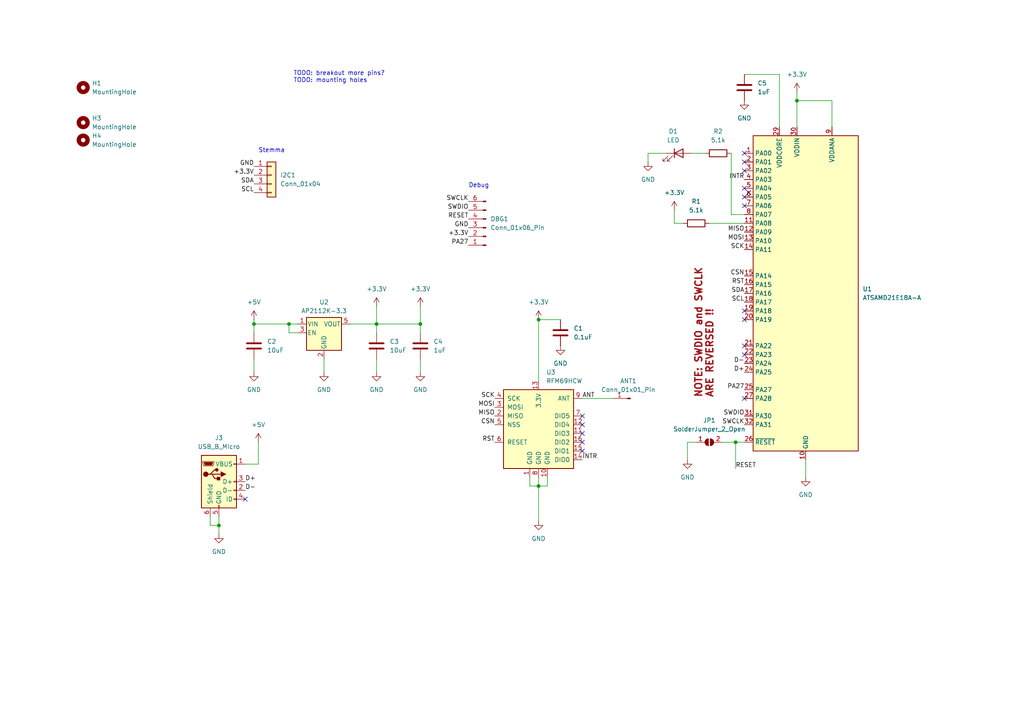
<source format=kicad_sch>
(kicad_sch (version 20230121) (generator eeschema)
  (paper "A4")
  (lib_symbols
    (symbol "Connector:Conn_01x01_Pin" (pin_names (offset 1.016) hide)
      (property "Reference" "J" (at 0 2.54 0))
      (property "Value" "Conn_01x01_Pin" (at 0 -2.54 0))
      (symbol "Conn_01x01_Pin_1_1"
        (polyline (pts (xy 1.27 0) (xy 0.8636 0)) (stroke (width 0.1524)))
        (rectangle (start 0.8636 0.127) (end 0 -0.127) (stroke (width 0.1524)) (fill (type outline)))
        (pin passive line (at 5.08 0 180) (length 3.81) (name "Pin_1") (number "1"))
      )
    )
    (symbol "Connector:Conn_01x06_Pin" (pin_names (offset 1.016) hide)
      (property "Reference" "J" (at 0 7.62 0))
      (property "Value" "Conn_01x06_Pin" (at 0 -10.16 0))
      (symbol "Conn_01x06_Pin_1_1"
        (polyline (pts (xy 1.27 -7.62) (xy 0.8636 -7.62)) (stroke (width 0.1524)))
        (polyline (pts (xy 1.27 -5.08) (xy 0.8636 -5.08)) (stroke (width 0.1524)))
        (polyline (pts (xy 1.27 -2.54) (xy 0.8636 -2.54)) (stroke (width 0.1524)))
        (polyline (pts (xy 1.27 0) (xy 0.8636 0)) (stroke (width 0.1524)))
        (polyline (pts (xy 1.27 2.54) (xy 0.8636 2.54)) (stroke (width 0.1524)))
        (polyline (pts (xy 1.27 5.08) (xy 0.8636 5.08)) (stroke (width 0.1524)))
        (rectangle (start 0.8636 -7.493) (end 0 -7.747) (stroke (width 0.1524)) (fill (type outline)))
        (rectangle (start 0.8636 -4.953) (end 0 -5.207) (stroke (width 0.1524)) (fill (type outline)))
        (rectangle (start 0.8636 -2.413) (end 0 -2.667) (stroke (width 0.1524)) (fill (type outline)))
        (rectangle (start 0.8636 0.127) (end 0 -0.127) (stroke (width 0.1524)) (fill (type outline)))
        (rectangle (start 0.8636 2.667) (end 0 2.413) (stroke (width 0.1524)) (fill (type outline)))
        (rectangle (start 0.8636 5.207) (end 0 4.953) (stroke (width 0.1524)) (fill (type outline)))
        (pin passive line (at 5.08 5.08 180) (length 3.81) (name "Pin_1") (number "1"))
        (pin passive line (at 5.08 2.54 180) (length 3.81) (name "Pin_2") (number "2"))
        (pin passive line (at 5.08 0 180) (length 3.81) (name "Pin_3") (number "3"))
        (pin passive line (at 5.08 -2.54 180) (length 3.81) (name "Pin_4") (number "4"))
        (pin passive line (at 5.08 -5.08 180) (length 3.81) (name "Pin_5") (number "5"))
        (pin passive line (at 5.08 -7.62 180) (length 3.81) (name "Pin_6") (number "6"))
      )
    )
    (symbol "Connector:USB_B_Micro" (pin_names (offset 1.016))
      (property "Reference" "J" (at -5.08 11.43 0))
      (property "Value" "USB_B_Micro" (at -5.08 8.89 0))
      (symbol "USB_B_Micro_0_1"
        (rectangle (start -5.08 -7.62) (end 5.08 7.62) (stroke (width 0.254)) (fill (type background)))
        (circle (center -3.81 2.159) (radius 0.635) (stroke (width 0.254)) (fill (type outline)))
        (circle (center -0.635 3.429) (radius 0.381) (stroke (width 0.254)) (fill (type outline)))
        (rectangle (start -0.127 -7.62) (end 0.127 -6.858))
        (polyline (pts (xy -1.905 2.159) (xy 0.635 2.159)) (stroke (width 0.254)))
        (polyline (pts (xy -3.175 2.159) (xy -2.54 2.159) (xy -1.27 3.429) (xy -0.635 3.429)) (stroke (width 0.254)))
        (polyline (pts (xy -2.54 2.159) (xy -1.905 2.159) (xy -1.27 0.889) (xy 0 0.889)) (stroke (width 0.254)))
        (polyline (pts (xy 0.635 2.794) (xy 0.635 1.524) (xy 1.905 2.159) (xy 0.635 2.794)) (stroke (width 0.254)) (fill (type outline)))
        (polyline (pts (xy -4.318 5.588) (xy -1.778 5.588) (xy -2.032 4.826) (xy -4.064 4.826) (xy -4.318 5.588)) (fill (type outline)))
        (polyline (pts (xy -4.699 5.842) (xy -4.699 5.588) (xy -4.445 4.826) (xy -4.445 4.572) (xy -1.651 4.572) (xy -1.651 4.826) (xy -1.397 5.588) (xy -1.397 5.842) (xy -4.699 5.842)))
        (rectangle (start 0.254 1.27) (end -0.508 0.508) (stroke (width 0.254)) (fill (type outline)))
        (rectangle (start 5.08 -5.207) (end 4.318 -4.953))
        (rectangle (start 5.08 -2.667) (end 4.318 -2.413))
        (rectangle (start 5.08 -0.127) (end 4.318 0.127))
        (rectangle (start 5.08 4.953) (end 4.318 5.207))
      )
      (symbol "USB_B_Micro_1_1"
        (pin power_out line (at 7.62 5.08 180) (length 2.54) (name "VBUS") (number "1"))
        (pin bidirectional line (at 7.62 -2.54 180) (length 2.54) (name "D-") (number "2"))
        (pin bidirectional line (at 7.62 0 180) (length 2.54) (name "D+") (number "3"))
        (pin passive line (at 7.62 -5.08 180) (length 2.54) (name "ID") (number "4"))
        (pin power_out line (at 0 -10.16 90) (length 2.54) (name "GND") (number "5"))
        (pin passive line (at -2.54 -10.16 90) (length 2.54) (name "Shield") (number "6"))
      )
    )
    (symbol "Connector_Generic:Conn_01x04" (pin_names (offset 1.016) hide)
      (property "Reference" "J" (at 0 5.08 0))
      (property "Value" "Conn_01x04" (at 0 -7.62 0))
      (symbol "Conn_01x04_1_1"
        (rectangle (start -1.27 -4.953) (end 0 -5.207) (stroke (width 0.1524)))
        (rectangle (start -1.27 -2.413) (end 0 -2.667) (stroke (width 0.1524)))
        (rectangle (start -1.27 0.127) (end 0 -0.127) (stroke (width 0.1524)))
        (rectangle (start -1.27 2.667) (end 0 2.413) (stroke (width 0.1524)))
        (rectangle (start -1.27 3.81) (end 1.27 -6.35) (stroke (width 0.254)) (fill (type background)))
        (pin passive line (at -5.08 2.54 0) (length 3.81) (name "Pin_1") (number "1"))
        (pin passive line (at -5.08 0 0) (length 3.81) (name "Pin_2") (number "2"))
        (pin passive line (at -5.08 -2.54 0) (length 3.81) (name "Pin_3") (number "3"))
        (pin passive line (at -5.08 -5.08 0) (length 3.81) (name "Pin_4") (number "4"))
      )
    )
    (symbol "Device:C" (pin_numbers hide) (pin_names (offset 0.254))
      (property "Reference" "C" (at 0.635 2.54 0))
      (property "Value" "C" (at 0.635 -2.54 0))
      (symbol "C_0_1"
        (polyline (pts (xy -2.032 -0.762) (xy 2.032 -0.762)) (stroke (width 0.508)))
        (polyline (pts (xy -2.032 0.762) (xy 2.032 0.762)) (stroke (width 0.508)))
      )
      (symbol "C_1_1"
        (pin passive line (at 0 3.81 270) (length 2.794) (name "~") (number "1"))
        (pin passive line (at 0 -3.81 90) (length 2.794) (name "~") (number "2"))
      )
    )
    (symbol "Device:LED" (pin_numbers hide) (pin_names (offset 1.016) hide)
      (property "Reference" "D" (at 0 2.54 0))
      (property "Value" "LED" (at 0 -2.54 0))
      (symbol "LED_0_1"
        (polyline (pts (xy -1.27 -1.27) (xy -1.27 1.27)) (stroke (width 0.254)))
        (polyline (pts (xy -1.27 0) (xy 1.27 0)))
        (polyline (pts (xy 1.27 -1.27) (xy 1.27 1.27) (xy -1.27 0) (xy 1.27 -1.27)) (stroke (width 0.254)))
        (polyline (pts (xy -3.048 -0.762) (xy -4.572 -2.286) (xy -3.81 -2.286) (xy -4.572 -2.286) (xy -4.572 -1.524)))
        (polyline (pts (xy -1.778 -0.762) (xy -3.302 -2.286) (xy -2.54 -2.286) (xy -3.302 -2.286) (xy -3.302 -1.524)))
      )
      (symbol "LED_1_1"
        (pin passive line (at -3.81 0 0) (length 2.54) (name "K") (number "1"))
        (pin passive line (at 3.81 0 180) (length 2.54) (name "A") (number "2"))
      )
    )
    (symbol "Device:R" (pin_numbers hide) (pin_names (offset 0))
      (property "Reference" "R" (at 2.032 0 90))
      (property "Value" "R" (at 0 0 90))
      (symbol "R_0_1"
        (rectangle (start -1.016 -2.54) (end 1.016 2.54) (stroke (width 0.254)))
      )
      (symbol "R_1_1"
        (pin passive line (at 0 3.81 270) (length 1.27) (name "~") (number "1"))
        (pin passive line (at 0 -3.81 90) (length 1.27) (name "~") (number "2"))
      )
    )
    (symbol "Jumper:SolderJumper_2_Open" (pin_names (offset 0) hide)
      (property "Reference" "JP" (at 0 2.032 0))
      (property "Value" "SolderJumper_2_Open" (at 0 -2.54 0))
      (symbol "SolderJumper_2_Open_0_1"
        (arc (start -0.254 1.016) (mid -1.2656 0) (end -0.254 -1.016))
        (arc (start -0.254 1.016) (mid -1.2656 0) (end -0.254 -1.016) (fill (type outline)))
        (polyline (pts (xy -0.254 1.016) (xy -0.254 -1.016)))
        (polyline (pts (xy 0.254 1.016) (xy 0.254 -1.016)))
        (arc (start 0.254 -1.016) (mid 1.2656 0) (end 0.254 1.016))
        (arc (start 0.254 -1.016) (mid 1.2656 0) (end 0.254 1.016) (fill (type outline)))
      )
      (symbol "SolderJumper_2_Open_1_1"
        (pin passive line (at -3.81 0 0) (length 2.54) (name "A") (number "1"))
        (pin passive line (at 3.81 0 180) (length 2.54) (name "B") (number "2"))
      )
    )
    (symbol "MCU_Microchip_SAMD:ATSAMD21E18A-A"
      (property "Reference" "U" (at -13.97 46.99 0))
      (property "Value" "ATSAMD21E18A-A" (at 16.51 46.99 0))
      (symbol "ATSAMD21E18A-A_1_1"
        (rectangle (start -15.24 45.72) (end 15.24 -45.72) (stroke (width 0.254)) (fill (type background)))
        (pin bidirectional line (at -17.78 40.64 0) (length 2.54) (name "PA00") (number "1"))
        (pin power_in line (at 0 -48.26 90) (length 2.54) (name "GND") (number "10"))
        (pin bidirectional line (at -17.78 20.32 0) (length 2.54) (name "PA08") (number "11"))
        (pin bidirectional line (at -17.78 17.78 0) (length 2.54) (name "PA09") (number "12"))
        (pin bidirectional line (at -17.78 15.24 0) (length 2.54) (name "PA10") (number "13"))
        (pin bidirectional line (at -17.78 12.7 0) (length 2.54) (name "PA11") (number "14"))
        (pin bidirectional line (at -17.78 5.08 0) (length 2.54) (name "PA14") (number "15"))
        (pin bidirectional line (at -17.78 2.54 0) (length 2.54) (name "PA15") (number "16"))
        (pin bidirectional line (at -17.78 0 0) (length 2.54) (name "PA16") (number "17"))
        (pin bidirectional line (at -17.78 -2.54 0) (length 2.54) (name "PA17") (number "18"))
        (pin bidirectional line (at -17.78 -5.08 0) (length 2.54) (name "PA18") (number "19"))
        (pin bidirectional line (at -17.78 38.1 0) (length 2.54) (name "PA01") (number "2"))
        (pin bidirectional line (at -17.78 -7.62 0) (length 2.54) (name "PA19") (number "20"))
        (pin bidirectional line (at -17.78 -15.24 0) (length 2.54) (name "PA22") (number "21"))
        (pin bidirectional line (at -17.78 -17.78 0) (length 2.54) (name "PA23") (number "22"))
        (pin bidirectional line (at -17.78 -20.32 0) (length 2.54) (name "PA24") (number "23"))
        (pin bidirectional line (at -17.78 -22.86 0) (length 2.54) (name "PA25") (number "24"))
        (pin bidirectional line (at -17.78 -27.94 0) (length 2.54) (name "PA27") (number "25"))
        (pin input line (at -17.78 -43.18 0) (length 2.54) (name "~{RESET}") (number "26"))
        (pin bidirectional line (at -17.78 -30.48 0) (length 2.54) (name "PA28") (number "27"))
        (pin passive line (at 0 -48.26 90) (length 2.54) hide (name "GND") (number "28"))
        (pin power_out line (at -7.62 48.26 270) (length 2.54) (name "VDDCORE") (number "29"))
        (pin bidirectional line (at -17.78 35.56 0) (length 2.54) (name "PA02") (number "3"))
        (pin power_in line (at -2.54 48.26 270) (length 2.54) (name "VDDIN") (number "30"))
        (pin bidirectional line (at -17.78 -35.56 0) (length 2.54) (name "PA30") (number "31"))
        (pin bidirectional line (at -17.78 -38.1 0) (length 2.54) (name "PA31") (number "32"))
        (pin bidirectional line (at -17.78 33.02 0) (length 2.54) (name "PA03") (number "4"))
        (pin bidirectional line (at -17.78 30.48 0) (length 2.54) (name "PA04") (number "5"))
        (pin bidirectional line (at -17.78 27.94 0) (length 2.54) (name "PA05") (number "6"))
        (pin bidirectional line (at -17.78 25.4 0) (length 2.54) (name "PA06") (number "7"))
        (pin bidirectional line (at -17.78 22.86 0) (length 2.54) (name "PA07") (number "8"))
        (pin power_in line (at 7.62 48.26 270) (length 2.54) (name "VDDANA") (number "9"))
      )
    )
    (symbol "Mechanical:MountingHole" (pin_names (offset 1.016))
      (property "Reference" "H" (at 0 5.08 0))
      (property "Value" "MountingHole" (at 0 3.175 0))
      (symbol "MountingHole_0_1"
        (circle (center 0 0) (radius 1.27) (stroke (width 1.27)))
      )
    )
    (symbol "RF_Module:RFM69HCW" (pin_names (offset 1.016))
      (property "Reference" "U" (at -10.414 11.684 0))
      (property "Value" "RFM69HCW" (at 1.524 11.43 0))
      (symbol "RFM69HCW_0_1"
        (rectangle (start -10.16 10.16) (end 10.16 -12.7) (stroke (width 0.254)) (fill (type background)))
      )
      (symbol "RFM69HCW_1_1"
        (pin power_in line (at -2.54 -15.24 90) (length 2.54) (name "GND") (number "1"))
        (pin power_in line (at 2.54 -15.24 90) (length 2.54) (name "GND") (number "10"))
        (pin bidirectional line (at 12.7 -2.54 180) (length 2.54) (name "DIO3") (number "11"))
        (pin bidirectional line (at 12.7 0 180) (length 2.54) (name "DIO4") (number "12"))
        (pin power_in line (at 0 12.7 270) (length 2.54) (name "3.3V") (number "13"))
        (pin bidirectional line (at 12.7 -10.16 180) (length 2.54) (name "DIO0") (number "14"))
        (pin bidirectional line (at 12.7 -7.62 180) (length 2.54) (name "DIO1") (number "15"))
        (pin bidirectional line (at 12.7 -5.08 180) (length 2.54) (name "DIO2") (number "16"))
        (pin output line (at -12.7 2.54 0) (length 2.54) (name "MISO") (number "2"))
        (pin input line (at -12.7 5.08 0) (length 2.54) (name "MOSI") (number "3"))
        (pin input line (at -12.7 7.62 0) (length 2.54) (name "SCK") (number "4"))
        (pin input line (at -12.7 0 0) (length 2.54) (name "NSS") (number "5"))
        (pin bidirectional line (at -12.7 -5.08 0) (length 2.54) (name "RESET") (number "6"))
        (pin bidirectional line (at 12.7 2.54 180) (length 2.54) (name "DIO5") (number "7"))
        (pin power_in line (at 0 -15.24 90) (length 2.54) (name "GND") (number "8"))
        (pin bidirectional line (at 12.7 7.62 180) (length 2.54) (name "ANT") (number "9"))
      )
    )
    (symbol "Regulator_Linear:AP2112K-3.3" (pin_names (offset 0.254))
      (property "Reference" "U" (at -5.08 5.715 0))
      (property "Value" "AP2112K-3.3" (at 0 5.715 0))
      (symbol "AP2112K-3.3_0_1"
        (rectangle (start -5.08 4.445) (end 5.08 -5.08) (stroke (width 0.254)) (fill (type background)))
      )
      (symbol "AP2112K-3.3_1_1"
        (pin power_in line (at -7.62 2.54 0) (length 2.54) (name "VIN") (number "1"))
        (pin power_in line (at 0 -7.62 90) (length 2.54) (name "GND") (number "2"))
        (pin input line (at -7.62 0 0) (length 2.54) (name "EN") (number "3"))
        (pin no_connect line (at 5.08 0 180) (length 2.54) hide (name "NC") (number "4"))
        (pin power_out line (at 7.62 2.54 180) (length 2.54) (name "VOUT") (number "5"))
      )
    )
    (symbol "power:+3.3V" (power) (pin_names (offset 0))
      (property "Value" "+3.3V" (at 0 3.556 0))
      (symbol "+3.3V_0_1"
        (polyline (pts (xy -0.762 1.27) (xy 0 2.54)))
        (polyline (pts (xy 0 0) (xy 0 2.54)))
        (polyline (pts (xy 0 2.54) (xy 0.762 1.27)))
      )
      (symbol "+3.3V_1_1"
        (pin power_in line (at 0 0 90) (length 0) hide (name "+3.3V") (number "1"))
      )
    )
    (symbol "power:+5V" (power) (pin_names (offset 0))
      (property "Value" "+5V" (at 0 3.556 0))
      (symbol "+5V_0_1"
        (polyline (pts (xy -0.762 1.27) (xy 0 2.54)))
        (polyline (pts (xy 0 0) (xy 0 2.54)))
        (polyline (pts (xy 0 2.54) (xy 0.762 1.27)))
      )
      (symbol "+5V_1_1"
        (pin power_in line (at 0 0 90) (length 0) hide (name "+5V") (number "1"))
      )
    )
    (symbol "power:GND" (power) (pin_names (offset 0))
      (property "Value" "GND" (at 0 -3.81 0))
      (symbol "GND_0_1"
        (polyline (pts (xy 0 0) (xy 0 -1.27) (xy 1.27 -1.27) (xy 0 -2.54) (xy -1.27 -1.27) (xy 0 -1.27)))
      )
      (symbol "GND_1_1"
        (pin power_in line (at 0 0 270) (length 0) hide (name "GND") (number "1"))
      )
    )
  )
  (junction (at 121.92 93.98))
  (junction (at 73.66 93.98))
  (junction (at 109.22 93.98))
  (junction (at 63.5 152.4))
  (junction (at 156.21 140.97))
  (junction (at 213.36 128.27))
  (junction (at 156.21 92.71))
  (junction (at 231.14 29.21))
  (junction (at 83.82 93.98))
  (no_connect (at 168.91 123.19))
  (no_connect (at 215.9 100.33))
  (no_connect (at 168.91 125.73))
  (no_connect (at 215.9 46.99))
  (no_connect (at 168.91 120.65))
  (no_connect (at 215.9 90.17))
  (no_connect (at 215.9 44.45))
  (no_connect (at 215.9 115.57))
  (no_connect (at 71.12 144.78))
  (no_connect (at 215.9 92.71))
  (no_connect (at 215.9 57.15))
  (no_connect (at 168.91 128.27))
  (no_connect (at 168.91 130.81))
  (no_connect (at 217.17 55.88))
  (no_connect (at 215.9 49.53))
  (no_connect (at 215.9 59.69))
  (no_connect (at 215.9 102.87))
  (no_connect (at 215.9 54.61))
  (wire (pts (xy 60.96 152.4) (xy 63.5 152.4)))
  (wire (pts (xy 153.67 138.43) (xy 153.67 140.97)))
  (wire (pts (xy 209.55 128.27) (xy 213.36 128.27)))
  (wire (pts (xy 109.22 104.14) (xy 109.22 107.95)))
  (wire (pts (xy 231.14 26.67) (xy 231.14 29.21)))
  (wire (pts (xy 241.3 36.83) (xy 241.3 29.21)))
  (wire (pts (xy 83.82 93.98) (xy 83.82 96.52)))
  (wire (pts (xy 156.21 140.97) (xy 156.21 151.13)))
  (wire (pts (xy 187.96 44.45) (xy 187.96 46.99)))
  (wire (pts (xy 212.09 62.23) (xy 212.09 44.45)))
  (wire (pts (xy 63.5 149.86) (xy 63.5 152.4)))
  (wire (pts (xy 195.58 64.77) (xy 198.12 64.77)))
  (wire (pts (xy 233.68 133.35) (xy 233.68 138.43)))
  (wire (pts (xy 121.92 104.14) (xy 121.92 107.95)))
  (wire (pts (xy 73.66 92.71) (xy 73.66 93.98)))
  (wire (pts (xy 215.9 21.59) (xy 226.06 21.59)))
  (wire (pts (xy 83.82 93.98) (xy 86.36 93.98)))
  (wire (pts (xy 93.98 104.14) (xy 93.98 107.95)))
  (wire (pts (xy 156.21 138.43) (xy 156.21 140.97)))
  (wire (pts (xy 213.36 128.27) (xy 213.36 135.89)))
  (wire (pts (xy 195.58 60.96) (xy 195.58 64.77)))
  (wire (pts (xy 201.93 128.27) (xy 199.39 128.27)))
  (wire (pts (xy 86.36 96.52) (xy 83.82 96.52)))
  (wire (pts (xy 215.9 62.23) (xy 212.09 62.23)))
  (wire (pts (xy 71.12 134.62) (xy 74.93 134.62)))
  (wire (pts (xy 121.92 88.9) (xy 121.92 93.98)))
  (wire (pts (xy 199.39 128.27) (xy 199.39 133.35)))
  (wire (pts (xy 168.91 115.57) (xy 177.8 115.57)))
  (wire (pts (xy 73.66 93.98) (xy 73.66 96.52)))
  (wire (pts (xy 200.66 44.45) (xy 204.47 44.45)))
  (wire (pts (xy 213.36 128.27) (xy 215.9 128.27)))
  (wire (pts (xy 156.21 92.71) (xy 162.56 92.71)))
  (wire (pts (xy 241.3 29.21) (xy 231.14 29.21)))
  (wire (pts (xy 63.5 152.4) (xy 63.5 154.94)))
  (wire (pts (xy 158.75 138.43) (xy 158.75 140.97)))
  (wire (pts (xy 153.67 140.97) (xy 156.21 140.97)))
  (wire (pts (xy 109.22 93.98) (xy 121.92 93.98)))
  (wire (pts (xy 193.04 44.45) (xy 187.96 44.45)))
  (wire (pts (xy 101.6 93.98) (xy 109.22 93.98)))
  (wire (pts (xy 158.75 140.97) (xy 156.21 140.97)))
  (wire (pts (xy 231.14 29.21) (xy 231.14 36.83)))
  (wire (pts (xy 73.66 93.98) (xy 83.82 93.98)))
  (wire (pts (xy 109.22 88.9) (xy 109.22 93.98)))
  (wire (pts (xy 109.22 93.98) (xy 109.22 96.52)))
  (wire (pts (xy 205.74 64.77) (xy 215.9 64.77)))
  (wire (pts (xy 226.06 21.59) (xy 226.06 36.83)))
  (wire (pts (xy 73.66 104.14) (xy 73.66 107.95)))
  (wire (pts (xy 156.21 92.71) (xy 156.21 110.49)))
  (wire (pts (xy 74.93 134.62) (xy 74.93 128.27)))
  (wire (pts (xy 121.92 93.98) (xy 121.92 96.52)))
  (wire (pts (xy 60.96 149.86) (xy 60.96 152.4)))
  (text "Debug" (at 135.89 54.61 0) (effects (font (size 1.27 1.27)) (justify left bottom)))
  (text "Stemma" (at 74.93 44.45 0) (effects (font (size 1.27 1.27)) (justify left bottom)))
  (text "NOTE: SWDIO and SWCLK\nARE REVERSED !!" (at 207.01 115.57 90) (effects (font (size 2 2) (thickness 0.4) bold) (justify left bottom)))
  (text "TODO: breakout more pins?\nTODO: mounting holes" (at 85.09 24.13 0) (effects (font (size 1.27 1.27)) (justify left bottom)))
  (label "INTR" (at 215.9 52.07 180))
  (label "GND" (at 135.89 66.04 180))
  (label "SDA" (at 73.66 53.34 180))
  (label "INTR" (at 168.91 133.35 0))
  (label "MOSI" (at 215.9 69.85 180))
  (label "CSN" (at 215.9 80.01 180))
  (label "SWCLK" (at 135.89 58.42 180))
  (label "MISO" (at 215.9 67.31 180))
  (label "MOSI" (at 143.51 118.11 180))
  (label "+3.3V" (at 135.89 68.58 180))
  (label "SCK" (at 215.9 72.39 180))
  (label "RST" (at 143.51 128.27 180))
  (label "MISO" (at 143.51 120.65 180))
  (label "ANT" (at 168.91 115.57 0))
  (label "D+" (at 215.9 107.95 180))
  (label "SCK" (at 143.51 115.57 180))
  (label "RST" (at 215.9 82.55 180))
  (label "D-" (at 71.12 142.24 0))
  (label "SWDIO" (at 215.9 120.65 180))
  (label "GND" (at 73.66 48.26 180))
  (label "D-" (at 215.9 105.41 180))
  (label "RESET" (at 213.36 135.89 0))
  (label "PA27" (at 135.89 71.12 180))
  (label "D+" (at 71.12 139.7 0))
  (label "SCL" (at 73.66 55.88 180))
  (label "SWCLK" (at 215.9 123.19 180))
  (label "PA27" (at 215.9 113.03 180))
  (label "SDA" (at 215.9 85.09 180))
  (label "RESET" (at 135.89 63.5 180))
  (label "CSN" (at 143.51 123.19 180))
  (label "SWDIO" (at 135.89 60.96 180))
  (label "SCL" (at 215.9 87.63 180))
  (label "+3.3V" (at 73.66 50.8 180))
  (symbol (lib_id "power:GND") (at 156.21 151.13 0) (unit 1)
    (property "Reference" "#PWR05" (effects hide))
    (property "Value" "GND" (at 156.21 156.21 0))
  )
  (symbol (lib_id "power:+3.3V") (at 156.21 92.71 0) (unit 1)
    (property "Reference" "#PWR04" (effects hide))
    (property "Value" "+3.3V" (at 156.21 87.63 0))
  )
  (symbol (lib_id "Connector:USB_B_Micro") (at 63.5 139.7 0) (unit 1)
    (property "Reference" "J3" (at 63.5 127 0))
    (property "Value" "USB_B_Micro" (at 63.5 129.54 0))
    (property "Footprint" "Connector_USB:USB_Micro-B_Amphenol_10118193-0001LF_Horizontal" (effects hide))
  )
  (symbol (lib_id "Jumper:SolderJumper_2_Open") (at 205.74 128.27 0) (unit 1)
    (property "Reference" "JP1" (at 205.74 121.92 0))
    (property "Value" "SolderJumper_2_Open" (at 205.74 124.46 0))
    (property "Footprint" "Jumper:SolderJumper-2_P1.3mm_Open_RoundedPad1.0x1.5mm" (effects hide))
  )
  (symbol (lib_id "MCU_Microchip_SAMD:ATSAMD21E18A-A") (at 233.68 85.09 0) (unit 1)
    (property "Reference" "U1" (at 250.19 83.82 0) (effects (justify left)))
    (property "Value" "ATSAMD21E18A-A" (at 250.19 86.36 0) (effects (justify left)))
    (property "Footprint" "Package_QFP:TQFP-32_7x7mm_P0.8mm" (effects hide))
    (property "Datasheet" "http://ww1.microchip.com/downloads/en/DeviceDoc/SAM_D21_DA1_Family_Data%20Sheet_DS40001882E.pdf" (effects hide))
  )
  (symbol (lib_id "Connector:Conn_01x01_Pin") (at 182.88 115.57 0) (mirror y) (unit 1)
    (property "Reference" "ANT1" (at 182.245 110.49 0))
    (property "Value" "Conn_01x01_Pin" (at 182.245 113.03 0))
    (property "Footprint" "Connector_Pin:Pin_D1.0mm_L10.0mm" (effects hide))
  )
  (symbol (lib_id "Device:R") (at 208.28 44.45 90) (unit 1)
    (property "Reference" "R2" (at 208.28 38.1 90))
    (property "Value" "5.1k" (at 208.28 40.64 90))
    (property "Footprint" "Resistor_SMD:R_0805_2012Metric" (effects hide))
  )
  (symbol (lib_id "power:GND") (at 121.92 107.95 0) (unit 1)
    (property "Reference" "#PWR013" (effects hide))
    (property "Value" "GND" (at 121.92 113.03 0))
  )
  (symbol (lib_id "power:+3.3V") (at 121.92 88.9 0) (unit 1)
    (property "Reference" "#PWR012" (effects hide))
    (property "Value" "+3.3V" (at 121.92 83.82 0))
  )
  (symbol (lib_id "Device:C") (at 121.92 100.33 0) (unit 1)
    (property "Reference" "C4" (at 125.73 99.06 0) (effects (justify left)))
    (property "Value" "1uF" (at 125.73 101.6 0) (effects (justify left)))
    (property "Footprint" "Capacitor_SMD:C_0805_2012Metric" (effects hide))
  )
  (symbol (lib_id "power:GND") (at 199.39 133.35 0) (unit 1)
    (property "Reference" "#PWR017" (effects hide))
    (property "Value" "GND" (at 199.39 138.43 0))
  )
  (symbol (lib_id "Mechanical:MountingHole") (at 24.13 40.64 0) (unit 1)
    (property "Reference" "H4" (at 26.67 39.37 0) (effects (justify left)))
    (property "Value" "MountingHole" (at 26.67 41.91 0) (effects (justify left)))
    (property "Footprint" "MountingHole:MountingHole_2.2mm_M2" (effects hide))
  )
  (symbol (lib_id "power:+5V") (at 74.93 128.27 0) (unit 1)
    (property "Reference" "#PWR02" (effects hide))
    (property "Value" "+5V" (at 74.93 123.19 0))
  )
  (symbol (lib_id "power:GND") (at 109.22 107.95 0) (unit 1)
    (property "Reference" "#PWR011" (effects hide))
    (property "Value" "GND" (at 109.22 113.03 0))
  )
  (symbol (lib_id "Regulator_Linear:AP2112K-3.3") (at 93.98 96.52 0) (unit 1)
    (property "Reference" "U2" (at 93.98 87.63 0))
    (property "Value" "AP2112K-3.3" (at 93.98 90.17 0))
    (property "Footprint" "Package_TO_SOT_SMD:SOT-23-5" (effects hide))
    (property "Datasheet" "https://www.diodes.com/assets/Datasheets/AP2112.pdf" (effects hide))
  )
  (symbol (lib_id "power:GND") (at 215.9 29.21 0) (unit 1)
    (property "Reference" "#PWR015" (effects hide))
    (property "Value" "GND" (at 215.9 34.29 0))
  )
  (symbol (lib_id "RF_Module:RFM69HCW") (at 156.21 123.19 0) (unit 1)
    (property "Reference" "U3" (at 158.4041 107.95 0) (effects (justify left)))
    (property "Value" "RFM69HCW" (at 158.4041 110.49 0) (effects (justify left)))
    (property "Footprint" "RF_Module:HOPERF_RFM9XW_SMD" (effects hide))
    (property "Datasheet" "https://www.hoperf.com/data/upload/portal/20181127/5bfcb8284d838.pdf" (effects hide))
  )
  (symbol (lib_id "power:GND") (at 162.56 100.33 0) (unit 1)
    (property "Reference" "#PWR03" (effects hide))
    (property "Value" "GND" (at 162.56 105.41 0))
  )
  (symbol (lib_id "power:+3.3V") (at 195.58 60.96 0) (unit 1)
    (property "Reference" "#PWR016" (effects hide))
    (property "Value" "+3.3V" (at 195.58 55.88 0))
  )
  (symbol (lib_id "power:+5V") (at 73.66 92.71 0) (unit 1)
    (property "Reference" "#PWR07" (effects hide))
    (property "Value" "+5V" (at 73.66 87.63 0))
  )
  (symbol (lib_id "Connector_Generic:Conn_01x04") (at 78.74 50.8 0) (unit 1)
    (property "Reference" "I2C1" (at 81.28 50.8 0) (effects (justify left)))
    (property "Value" "Conn_01x04" (at 81.28 53.34 0) (effects (justify left)))
    (property "Footprint" "Connector_JST:JST_SH_SM04B-SRSS-TB_1x04-1MP_P1.00mm_Horizontal" (effects hide))
  )
  (symbol (lib_id "Mechanical:MountingHole") (at 24.13 25.4 0) (unit 1)
    (property "Reference" "H1" (at 26.67 24.13 0) (effects (justify left)))
    (property "Value" "MountingHole" (at 26.67 26.67 0) (effects (justify left)))
    (property "Footprint" "MountingHole:MountingHole_2.2mm_M2" (effects hide))
  )
  (symbol (lib_id "power:GND") (at 93.98 107.95 0) (unit 1)
    (property "Reference" "#PWR09" (effects hide))
    (property "Value" "GND" (at 93.98 113.03 0))
  )
  (symbol (lib_id "power:+3.3V") (at 109.22 88.9 0) (unit 1)
    (property "Reference" "#PWR010" (effects hide))
    (property "Value" "+3.3V" (at 109.22 83.82 0))
  )
  (symbol (lib_id "Device:C") (at 162.56 96.52 0) (unit 1)
    (property "Reference" "C1" (at 166.37 95.25 0) (effects (justify left)))
    (property "Value" "0.1uF" (at 166.37 97.79 0) (effects (justify left)))
    (property "Footprint" "Capacitor_SMD:C_0805_2012Metric" (effects hide))
  )
  (symbol (lib_id "Mechanical:MountingHole") (at 24.13 35.56 0) (unit 1)
    (property "Reference" "H3" (at 26.67 34.29 0) (effects (justify left)))
    (property "Value" "MountingHole" (at 26.67 36.83 0) (effects (justify left)))
    (property "Footprint" "MountingHole:MountingHole_2.2mm_M2" (effects hide))
  )
  (symbol (lib_id "power:GND") (at 63.5 154.94 0) (unit 1)
    (property "Reference" "#PWR01" (effects hide))
    (property "Value" "GND" (at 63.5 160.02 0))
  )
  (symbol (lib_id "power:GND") (at 187.96 46.99 0) (unit 1)
    (property "Reference" "#PWR018" (effects hide))
    (property "Value" "GND" (at 187.96 52.07 0))
  )
  (symbol (lib_id "Device:LED") (at 196.85 44.45 0) (unit 1)
    (property "Reference" "D1" (at 195.2625 38.1 0))
    (property "Value" "LED" (at 195.2625 40.64 0))
    (property "Footprint" "LED_SMD:LED_0805_2012Metric" (effects hide))
  )
  (symbol (lib_id "Device:C") (at 73.66 100.33 0) (unit 1)
    (property "Reference" "C2" (at 77.47 99.06 0) (effects (justify left)))
    (property "Value" "10uF" (at 77.47 101.6 0) (effects (justify left)))
    (property "Footprint" "Capacitor_SMD:C_0805_2012Metric" (effects hide))
  )
  (symbol (lib_id "power:GND") (at 73.66 107.95 0) (unit 1)
    (property "Reference" "#PWR08" (effects hide))
    (property "Value" "GND" (at 73.66 113.03 0))
  )
  (symbol (lib_id "Device:C") (at 109.22 100.33 0) (unit 1)
    (property "Reference" "C3" (at 113.03 99.06 0) (effects (justify left)))
    (property "Value" "10uF" (at 113.03 101.6 0) (effects (justify left)))
    (property "Footprint" "Capacitor_SMD:C_0805_2012Metric" (effects hide))
  )
  (symbol (lib_id "Device:C") (at 215.9 25.4 0) (unit 1)
    (property "Reference" "C5" (at 219.71 24.13 0) (effects (justify left)))
    (property "Value" "1uF" (at 219.71 26.67 0) (effects (justify left)))
    (property "Footprint" "Capacitor_SMD:C_0805_2012Metric" (effects hide))
  )
  (symbol (lib_id "Connector:Conn_01x06_Pin") (at 140.97 66.04 180) (unit 1)
    (property "Reference" "DBG1" (at 142.24 63.5 0) (effects (justify right)))
    (property "Value" "Conn_01x06_Pin" (at 142.24 66.04 0) (effects (justify right)))
    (property "Footprint" "Connector_PinHeader_2.54mm:PinHeader_1x06_P2.54mm_Vertical" (effects hide))
  )
  (symbol (lib_id "power:GND") (at 233.68 138.43 0) (unit 1)
    (property "Reference" "#PWR06" (effects hide))
    (property "Value" "GND" (at 233.68 143.51 0))
  )
  (symbol (lib_id "power:+3.3V") (at 231.14 26.67 0) (unit 1)
    (property "Reference" "#PWR014" (effects hide))
    (property "Value" "+3.3V" (at 231.14 21.59 0))
  )
  (symbol (lib_id "Device:R") (at 201.93 64.77 90) (unit 1)
    (property "Reference" "R1" (at 201.93 58.42 90))
    (property "Value" "5.1k" (at 201.93 60.96 90))
    (property "Footprint" "Resistor_SMD:R_0805_2012Metric" (effects hide))
  )
)
</source>
